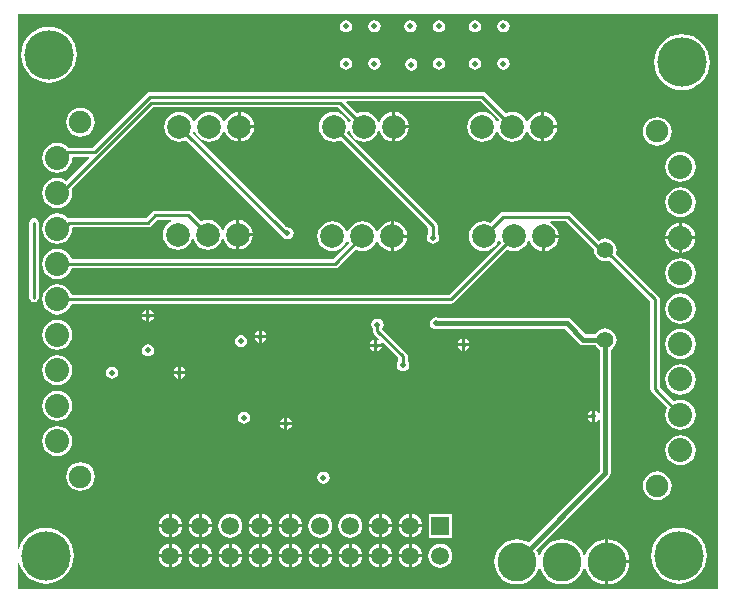
<source format=gbl>
G04*
G04 #@! TF.GenerationSoftware,Altium Limited,Altium Designer,20.0.9 (164)*
G04*
G04 Layer_Physical_Order=2*
G04 Layer_Color=16711680*
%FSLAX25Y25*%
%MOIN*%
G70*
G01*
G75*
%ADD12C,0.01000*%
%ADD40C,0.01500*%
%ADD41C,0.05512*%
%ADD42C,0.07874*%
%ADD43C,0.13000*%
%ADD44C,0.16500*%
%ADD45C,0.05906*%
%ADD46R,0.05906X0.05906*%
%ADD47C,0.07500*%
%ADD48C,0.08000*%
%ADD49C,0.02000*%
G36*
X234971Y1529D02*
X1529D01*
Y10133D01*
X2029Y10207D01*
X2413Y8943D01*
X3272Y7336D01*
X4428Y5928D01*
X5836Y4772D01*
X7443Y3913D01*
X9187Y3384D01*
X11000Y3205D01*
X12813Y3384D01*
X14557Y3913D01*
X16164Y4772D01*
X17572Y5928D01*
X18728Y7336D01*
X19587Y8943D01*
X20116Y10687D01*
X20295Y12500D01*
X20116Y14313D01*
X19587Y16057D01*
X18728Y17664D01*
X17572Y19072D01*
X16164Y20228D01*
X14557Y21087D01*
X12813Y21616D01*
X11000Y21795D01*
X9187Y21616D01*
X7443Y21087D01*
X5836Y20228D01*
X4428Y19072D01*
X3272Y17664D01*
X2413Y16057D01*
X2029Y14793D01*
X1529Y14867D01*
Y192971D01*
X234971D01*
Y1529D01*
D02*
G37*
%LPC*%
G36*
X163500Y191039D02*
X162720Y190884D01*
X162058Y190442D01*
X161616Y189780D01*
X161461Y189000D01*
X161616Y188220D01*
X162058Y187558D01*
X162720Y187116D01*
X163500Y186961D01*
X164280Y187116D01*
X164942Y187558D01*
X165384Y188220D01*
X165539Y189000D01*
X165384Y189780D01*
X164942Y190442D01*
X164280Y190884D01*
X163500Y191039D01*
D02*
G37*
G36*
X154000D02*
X153220Y190884D01*
X152558Y190442D01*
X152116Y189780D01*
X151961Y189000D01*
X152116Y188220D01*
X152558Y187558D01*
X153220Y187116D01*
X154000Y186961D01*
X154780Y187116D01*
X155442Y187558D01*
X155884Y188220D01*
X156039Y189000D01*
X155884Y189780D01*
X155442Y190442D01*
X154780Y190884D01*
X154000Y191039D01*
D02*
G37*
G36*
X142000D02*
X141220Y190884D01*
X140558Y190442D01*
X140116Y189780D01*
X139961Y189000D01*
X140116Y188220D01*
X140558Y187558D01*
X141220Y187116D01*
X142000Y186961D01*
X142780Y187116D01*
X143442Y187558D01*
X143884Y188220D01*
X144039Y189000D01*
X143884Y189780D01*
X143442Y190442D01*
X142780Y190884D01*
X142000Y191039D01*
D02*
G37*
G36*
X132500D02*
X131720Y190884D01*
X131058Y190442D01*
X130616Y189780D01*
X130461Y189000D01*
X130616Y188220D01*
X131058Y187558D01*
X131720Y187116D01*
X132500Y186961D01*
X133280Y187116D01*
X133942Y187558D01*
X134384Y188220D01*
X134539Y189000D01*
X134384Y189780D01*
X133942Y190442D01*
X133280Y190884D01*
X132500Y191039D01*
D02*
G37*
G36*
X120500D02*
X119720Y190884D01*
X119058Y190442D01*
X118616Y189780D01*
X118461Y189000D01*
X118616Y188220D01*
X119058Y187558D01*
X119720Y187116D01*
X120500Y186961D01*
X121280Y187116D01*
X121942Y187558D01*
X122384Y188220D01*
X122539Y189000D01*
X122384Y189780D01*
X121942Y190442D01*
X121280Y190884D01*
X120500Y191039D01*
D02*
G37*
G36*
X111000D02*
X110220Y190884D01*
X109558Y190442D01*
X109116Y189780D01*
X108961Y189000D01*
X109116Y188220D01*
X109558Y187558D01*
X110220Y187116D01*
X111000Y186961D01*
X111780Y187116D01*
X112442Y187558D01*
X112884Y188220D01*
X113039Y189000D01*
X112884Y189780D01*
X112442Y190442D01*
X111780Y190884D01*
X111000Y191039D01*
D02*
G37*
G36*
X163500Y178539D02*
X162720Y178384D01*
X162058Y177942D01*
X161616Y177280D01*
X161461Y176500D01*
X161616Y175720D01*
X162058Y175058D01*
X162720Y174616D01*
X163500Y174461D01*
X164280Y174616D01*
X164942Y175058D01*
X165384Y175720D01*
X165539Y176500D01*
X165384Y177280D01*
X164942Y177942D01*
X164280Y178384D01*
X163500Y178539D01*
D02*
G37*
G36*
X154000D02*
X153220Y178384D01*
X152558Y177942D01*
X152116Y177280D01*
X151961Y176500D01*
X152116Y175720D01*
X152558Y175058D01*
X153220Y174616D01*
X154000Y174461D01*
X154780Y174616D01*
X155442Y175058D01*
X155884Y175720D01*
X156039Y176500D01*
X155884Y177280D01*
X155442Y177942D01*
X154780Y178384D01*
X154000Y178539D01*
D02*
G37*
G36*
X142000D02*
X141220Y178384D01*
X140558Y177942D01*
X140116Y177280D01*
X139961Y176500D01*
X140116Y175720D01*
X140558Y175058D01*
X141220Y174616D01*
X142000Y174461D01*
X142780Y174616D01*
X143442Y175058D01*
X143884Y175720D01*
X144039Y176500D01*
X143884Y177280D01*
X143442Y177942D01*
X142780Y178384D01*
X142000Y178539D01*
D02*
G37*
G36*
X120500D02*
X119720Y178384D01*
X119058Y177942D01*
X118616Y177280D01*
X118461Y176500D01*
X118616Y175720D01*
X119058Y175058D01*
X119720Y174616D01*
X120500Y174461D01*
X121280Y174616D01*
X121942Y175058D01*
X122384Y175720D01*
X122539Y176500D01*
X122384Y177280D01*
X121942Y177942D01*
X121280Y178384D01*
X120500Y178539D01*
D02*
G37*
G36*
X111000D02*
X110220Y178384D01*
X109558Y177942D01*
X109116Y177280D01*
X108961Y176500D01*
X109116Y175720D01*
X109558Y175058D01*
X110220Y174616D01*
X111000Y174461D01*
X111780Y174616D01*
X112442Y175058D01*
X112884Y175720D01*
X113039Y176500D01*
X112884Y177280D01*
X112442Y177942D01*
X111780Y178384D01*
X111000Y178539D01*
D02*
G37*
G36*
X132768Y178271D02*
X131987Y178116D01*
X131326Y177674D01*
X130884Y177013D01*
X130729Y176232D01*
X130884Y175452D01*
X131326Y174790D01*
X131987Y174348D01*
X132768Y174193D01*
X133548Y174348D01*
X134210Y174790D01*
X134652Y175452D01*
X134807Y176232D01*
X134652Y177013D01*
X134210Y177674D01*
X133548Y178116D01*
X132768Y178271D01*
D02*
G37*
G36*
X12000Y188795D02*
X10187Y188616D01*
X8443Y188087D01*
X6836Y187228D01*
X5428Y186072D01*
X4272Y184664D01*
X3413Y183057D01*
X2884Y181313D01*
X2705Y179500D01*
X2884Y177687D01*
X3413Y175943D01*
X4272Y174336D01*
X5428Y172928D01*
X6836Y171772D01*
X8443Y170913D01*
X10187Y170384D01*
X12000Y170205D01*
X13813Y170384D01*
X15557Y170913D01*
X17164Y171772D01*
X18572Y172928D01*
X19728Y174336D01*
X20587Y175943D01*
X21116Y177687D01*
X21295Y179500D01*
X21116Y181313D01*
X20587Y183057D01*
X19728Y184664D01*
X18572Y186072D01*
X17164Y187228D01*
X15557Y188087D01*
X13813Y188616D01*
X12000Y188795D01*
D02*
G37*
G36*
X223000Y186295D02*
X221187Y186116D01*
X219443Y185587D01*
X217836Y184728D01*
X216428Y183572D01*
X215272Y182164D01*
X214413Y180557D01*
X213884Y178813D01*
X213705Y177000D01*
X213884Y175187D01*
X214413Y173443D01*
X215272Y171836D01*
X216428Y170428D01*
X217836Y169272D01*
X219443Y168413D01*
X221187Y167884D01*
X223000Y167705D01*
X224813Y167884D01*
X226557Y168413D01*
X228164Y169272D01*
X229572Y170428D01*
X230728Y171836D01*
X231587Y173443D01*
X232116Y175187D01*
X232295Y177000D01*
X232116Y178813D01*
X231587Y180557D01*
X230728Y182164D01*
X229572Y183572D01*
X228164Y184728D01*
X226557Y185587D01*
X224813Y186116D01*
X223000Y186295D01*
D02*
G37*
G36*
X156500Y167029D02*
X45804D01*
X45219Y166913D01*
X44723Y166581D01*
X26671Y148529D01*
X18522D01*
X18349Y148755D01*
X17305Y149556D01*
X16089Y150060D01*
X14783Y150232D01*
X13478Y150060D01*
X12262Y149556D01*
X11217Y148755D01*
X10416Y147710D01*
X9912Y146494D01*
X9740Y145189D01*
X9912Y143884D01*
X10416Y142667D01*
X11217Y141623D01*
X12262Y140821D01*
X13478Y140317D01*
X14783Y140146D01*
X16089Y140317D01*
X17305Y140821D01*
X18349Y141623D01*
X19151Y142667D01*
X19655Y143884D01*
X19827Y145189D01*
X20074Y145471D01*
X25221D01*
X25413Y145009D01*
X17783Y137379D01*
X17305Y137745D01*
X16089Y138249D01*
X14783Y138421D01*
X13478Y138249D01*
X12262Y137745D01*
X11217Y136944D01*
X10416Y135899D01*
X9912Y134683D01*
X9740Y133378D01*
X9912Y132072D01*
X10416Y130856D01*
X11217Y129812D01*
X12262Y129010D01*
X13478Y128507D01*
X14783Y128335D01*
X16089Y128507D01*
X17305Y129010D01*
X18349Y129812D01*
X19151Y130856D01*
X19655Y132072D01*
X19827Y133378D01*
X19655Y134683D01*
X19584Y134854D01*
X46701Y161971D01*
X108367D01*
X112588Y157749D01*
X112271Y156983D01*
X111729D01*
X111312Y157990D01*
X110521Y159021D01*
X109490Y159812D01*
X108289Y160310D01*
X107000Y160480D01*
X105711Y160310D01*
X104510Y159812D01*
X103479Y159021D01*
X102688Y157990D01*
X102190Y156789D01*
X102020Y155500D01*
X102190Y154211D01*
X102688Y153010D01*
X103479Y151979D01*
X104510Y151188D01*
X105711Y150690D01*
X107000Y150520D01*
X108289Y150690D01*
X109249Y151088D01*
X138471Y121867D01*
Y119811D01*
X138116Y119280D01*
X137961Y118500D01*
X138116Y117720D01*
X138558Y117058D01*
X139220Y116616D01*
X140000Y116461D01*
X140780Y116616D01*
X141442Y117058D01*
X141884Y117720D01*
X142039Y118500D01*
X141884Y119280D01*
X141529Y119811D01*
Y122500D01*
X141413Y123085D01*
X141081Y123581D01*
X111412Y153251D01*
X111729Y154017D01*
X112271D01*
X112688Y153010D01*
X113479Y151979D01*
X114510Y151188D01*
X115711Y150690D01*
X117000Y150520D01*
X118289Y150690D01*
X119490Y151188D01*
X120521Y151979D01*
X121312Y153010D01*
X121729Y154017D01*
X122271D01*
X122687Y153010D01*
X123479Y151979D01*
X124510Y151188D01*
X125711Y150690D01*
X126500Y150586D01*
Y155500D01*
Y160414D01*
X125711Y160310D01*
X124510Y159812D01*
X123479Y159021D01*
X122687Y157990D01*
X122271Y156983D01*
X121729D01*
X121312Y157990D01*
X120521Y159021D01*
X119490Y159812D01*
X118289Y160310D01*
X117000Y160480D01*
X115711Y160310D01*
X114751Y159912D01*
X111154Y163509D01*
X111346Y163971D01*
X155867D01*
X162088Y157749D01*
X161771Y156983D01*
X161229D01*
X160812Y157990D01*
X160021Y159021D01*
X158990Y159812D01*
X157789Y160310D01*
X156500Y160480D01*
X155211Y160310D01*
X154010Y159812D01*
X152979Y159021D01*
X152188Y157990D01*
X151690Y156789D01*
X151520Y155500D01*
X151690Y154211D01*
X152188Y153010D01*
X152979Y151979D01*
X154010Y151188D01*
X155211Y150690D01*
X156500Y150520D01*
X157789Y150690D01*
X158990Y151188D01*
X160021Y151979D01*
X160812Y153010D01*
X161229Y154017D01*
X161771D01*
X162188Y153010D01*
X162979Y151979D01*
X164010Y151188D01*
X165211Y150690D01*
X166500Y150520D01*
X167789Y150690D01*
X168990Y151188D01*
X170021Y151979D01*
X170812Y153010D01*
X171229Y154017D01*
X171771D01*
X172187Y153010D01*
X172979Y151979D01*
X174010Y151188D01*
X175211Y150690D01*
X176000Y150586D01*
Y155500D01*
Y160414D01*
X175211Y160310D01*
X174010Y159812D01*
X172979Y159021D01*
X172187Y157990D01*
X171771Y156983D01*
X171229D01*
X170812Y157990D01*
X170021Y159021D01*
X168990Y159812D01*
X167789Y160310D01*
X166500Y160480D01*
X165211Y160310D01*
X164251Y159912D01*
X157581Y166581D01*
X157085Y166913D01*
X156500Y167029D01*
D02*
G37*
G36*
X65500Y160480D02*
X64211Y160310D01*
X63010Y159812D01*
X61979Y159021D01*
X61187Y157990D01*
X60771Y156983D01*
X60229D01*
X59812Y157990D01*
X59021Y159021D01*
X57990Y159812D01*
X56789Y160310D01*
X55500Y160480D01*
X54211Y160310D01*
X53010Y159812D01*
X51979Y159021D01*
X51187Y157990D01*
X50690Y156789D01*
X50520Y155500D01*
X50690Y154211D01*
X51187Y153010D01*
X51979Y151979D01*
X53010Y151188D01*
X54211Y150690D01*
X55500Y150520D01*
X56789Y150690D01*
X57749Y151088D01*
X89616Y119221D01*
X89616Y119220D01*
X90058Y118558D01*
X90720Y118116D01*
X91500Y117961D01*
X92280Y118116D01*
X92942Y118558D01*
X93384Y119220D01*
X93539Y120000D01*
X93384Y120780D01*
X92942Y121442D01*
X92280Y121884D01*
X91500Y122039D01*
X91186Y121977D01*
X59912Y153251D01*
X60229Y154017D01*
X60771D01*
X61187Y153010D01*
X61979Y151979D01*
X63010Y151188D01*
X64211Y150690D01*
X65500Y150520D01*
X66789Y150690D01*
X67990Y151188D01*
X69021Y151979D01*
X69813Y153010D01*
X70229Y154017D01*
X70771D01*
X71188Y153010D01*
X71979Y151979D01*
X73010Y151188D01*
X74211Y150690D01*
X75000Y150586D01*
Y155500D01*
Y160414D01*
X74211Y160310D01*
X73010Y159812D01*
X71979Y159021D01*
X71188Y157990D01*
X70771Y156983D01*
X70229D01*
X69813Y157990D01*
X69021Y159021D01*
X67990Y159812D01*
X66789Y160310D01*
X65500Y160480D01*
D02*
G37*
G36*
X177000Y160414D02*
Y156000D01*
X181414D01*
X181310Y156789D01*
X180813Y157990D01*
X180021Y159021D01*
X178990Y159812D01*
X177789Y160310D01*
X177000Y160414D01*
D02*
G37*
G36*
X127500D02*
Y156000D01*
X131914D01*
X131810Y156789D01*
X131313Y157990D01*
X130521Y159021D01*
X129490Y159812D01*
X128289Y160310D01*
X127500Y160414D01*
D02*
G37*
G36*
X76000D02*
Y156000D01*
X80414D01*
X80310Y156789D01*
X79813Y157990D01*
X79021Y159021D01*
X77990Y159812D01*
X76789Y160310D01*
X76000Y160414D01*
D02*
G37*
G36*
X22500Y161791D02*
X21260Y161628D01*
X20105Y161149D01*
X19112Y160388D01*
X18351Y159396D01*
X17872Y158240D01*
X17709Y157000D01*
X17872Y155760D01*
X18351Y154604D01*
X19112Y153612D01*
X20105Y152851D01*
X21260Y152372D01*
X22500Y152209D01*
X23740Y152372D01*
X24895Y152851D01*
X25888Y153612D01*
X26649Y154604D01*
X27128Y155760D01*
X27291Y157000D01*
X27128Y158240D01*
X26649Y159396D01*
X25888Y160388D01*
X24895Y161149D01*
X23740Y161628D01*
X22500Y161791D01*
D02*
G37*
G36*
X181414Y155000D02*
X177000D01*
Y150586D01*
X177789Y150690D01*
X178990Y151188D01*
X180021Y151979D01*
X180813Y153010D01*
X181310Y154211D01*
X181414Y155000D01*
D02*
G37*
G36*
X131914D02*
X127500D01*
Y150586D01*
X128289Y150690D01*
X129490Y151188D01*
X130521Y151979D01*
X131313Y153010D01*
X131810Y154211D01*
X131914Y155000D01*
D02*
G37*
G36*
X80414D02*
X76000D01*
Y150586D01*
X76789Y150690D01*
X77990Y151188D01*
X79021Y151979D01*
X79813Y153010D01*
X80310Y154211D01*
X80414Y155000D01*
D02*
G37*
G36*
X214783Y158724D02*
X213543Y158561D01*
X212388Y158082D01*
X211396Y157321D01*
X210634Y156328D01*
X210156Y155173D01*
X209992Y153933D01*
X210156Y152693D01*
X210634Y151538D01*
X211396Y150545D01*
X212388Y149784D01*
X213543Y149305D01*
X214783Y149142D01*
X216023Y149305D01*
X217179Y149784D01*
X218171Y150545D01*
X218933Y151538D01*
X219411Y152693D01*
X219574Y153933D01*
X219411Y155173D01*
X218933Y156328D01*
X218171Y157321D01*
X217179Y158082D01*
X216023Y158561D01*
X214783Y158724D01*
D02*
G37*
G36*
X222500Y147165D02*
X221195Y146993D01*
X219978Y146490D01*
X218934Y145688D01*
X218132Y144644D01*
X217629Y143427D01*
X217457Y142122D01*
X217629Y140817D01*
X218132Y139600D01*
X218934Y138556D01*
X219978Y137754D01*
X221195Y137251D01*
X222500Y137079D01*
X223805Y137251D01*
X225022Y137754D01*
X226066Y138556D01*
X226868Y139600D01*
X227371Y140817D01*
X227543Y142122D01*
X227371Y143427D01*
X226868Y144644D01*
X226066Y145688D01*
X225022Y146490D01*
X223805Y146993D01*
X222500Y147165D01*
D02*
G37*
G36*
Y135354D02*
X221195Y135182D01*
X219978Y134678D01*
X218934Y133877D01*
X218132Y132833D01*
X217629Y131616D01*
X217457Y130311D01*
X217629Y129006D01*
X218132Y127789D01*
X218934Y126745D01*
X219978Y125944D01*
X221195Y125440D01*
X222500Y125268D01*
X223805Y125440D01*
X225022Y125944D01*
X226066Y126745D01*
X226868Y127789D01*
X227371Y129006D01*
X227543Y130311D01*
X227371Y131616D01*
X226868Y132833D01*
X226066Y133877D01*
X225022Y134678D01*
X223805Y135182D01*
X222500Y135354D01*
D02*
G37*
G36*
X58500Y127529D02*
X47500D01*
X46915Y127413D01*
X46419Y127081D01*
X44366Y125029D01*
X18611D01*
X18453Y124998D01*
X18349Y125133D01*
X17305Y125934D01*
X16089Y126438D01*
X14783Y126610D01*
X13478Y126438D01*
X12262Y125934D01*
X11217Y125133D01*
X10416Y124088D01*
X9912Y122872D01*
X9740Y121567D01*
X9912Y120262D01*
X10416Y119045D01*
X11217Y118001D01*
X12262Y117199D01*
X13478Y116695D01*
X14783Y116524D01*
X16089Y116695D01*
X17305Y117199D01*
X18349Y118001D01*
X19151Y119045D01*
X19655Y120262D01*
X19827Y121567D01*
X19823Y121595D01*
X20153Y121971D01*
X45000D01*
X45585Y122087D01*
X46081Y122419D01*
X48134Y124471D01*
X52793D01*
X52892Y123971D01*
X52510Y123812D01*
X51479Y123021D01*
X50687Y121990D01*
X50190Y120789D01*
X50020Y119500D01*
X50190Y118211D01*
X50687Y117010D01*
X51479Y115979D01*
X52510Y115188D01*
X53711Y114690D01*
X55000Y114520D01*
X56289Y114690D01*
X57490Y115188D01*
X58521Y115979D01*
X59312Y117010D01*
X59729Y118017D01*
X60271D01*
X60688Y117010D01*
X61479Y115979D01*
X62510Y115188D01*
X63711Y114690D01*
X65000Y114520D01*
X66289Y114690D01*
X67490Y115188D01*
X68521Y115979D01*
X69313Y117010D01*
X69729Y118017D01*
X70271D01*
X70688Y117010D01*
X71479Y115979D01*
X72510Y115188D01*
X73711Y114690D01*
X74500Y114586D01*
Y119500D01*
Y124414D01*
X73711Y124310D01*
X72510Y123812D01*
X71479Y123021D01*
X70688Y121990D01*
X70271Y120983D01*
X69729D01*
X69313Y121990D01*
X68521Y123021D01*
X67490Y123812D01*
X66289Y124310D01*
X65000Y124480D01*
X63711Y124310D01*
X62751Y123912D01*
X59581Y127081D01*
X59085Y127413D01*
X58500Y127529D01*
D02*
G37*
G36*
X185000Y127029D02*
X163500D01*
X162915Y126913D01*
X162419Y126581D01*
X159249Y123412D01*
X158289Y123810D01*
X157000Y123980D01*
X155711Y123810D01*
X154510Y123312D01*
X153479Y122521D01*
X152688Y121490D01*
X152190Y120289D01*
X152020Y119000D01*
X152190Y117711D01*
X152688Y116510D01*
X153479Y115479D01*
X154510Y114688D01*
X155711Y114190D01*
X157000Y114020D01*
X158289Y114190D01*
X159490Y114688D01*
X160521Y115479D01*
X161312Y116510D01*
X161729Y117517D01*
X162271D01*
X162588Y116751D01*
X145367Y99529D01*
X19539D01*
X19151Y100466D01*
X18349Y101511D01*
X17305Y102312D01*
X16089Y102816D01*
X14783Y102988D01*
X13478Y102816D01*
X12262Y102312D01*
X11217Y101511D01*
X10416Y100466D01*
X9912Y99250D01*
X9740Y97945D01*
X9912Y96640D01*
X10416Y95423D01*
X11217Y94379D01*
X12262Y93577D01*
X13478Y93073D01*
X14783Y92902D01*
X16089Y93073D01*
X17305Y93577D01*
X18349Y94379D01*
X19151Y95423D01*
X19585Y96471D01*
X146000D01*
X146585Y96587D01*
X147081Y96919D01*
X164751Y114588D01*
X165711Y114190D01*
X167000Y114020D01*
X168289Y114190D01*
X169490Y114688D01*
X170521Y115479D01*
X171312Y116510D01*
X171729Y117517D01*
X172271D01*
X172687Y116510D01*
X173479Y115479D01*
X174510Y114688D01*
X175711Y114190D01*
X176500Y114086D01*
Y119000D01*
X177000D01*
Y119500D01*
X181914D01*
X181810Y120289D01*
X181313Y121490D01*
X180521Y122521D01*
X179490Y123312D01*
X179108Y123471D01*
X179208Y123971D01*
X184367D01*
X193726Y114611D01*
X193712Y114500D01*
X193841Y113520D01*
X194219Y112606D01*
X194821Y111821D01*
X195606Y111219D01*
X196519Y110841D01*
X197500Y110712D01*
X198480Y110841D01*
X198845Y110992D01*
X212471Y97366D01*
Y68000D01*
X212587Y67415D01*
X212919Y66919D01*
X218056Y61781D01*
X217629Y60750D01*
X217457Y59445D01*
X217629Y58139D01*
X218132Y56923D01*
X218934Y55879D01*
X219978Y55077D01*
X221195Y54574D01*
X222500Y54402D01*
X223805Y54574D01*
X225022Y55077D01*
X226066Y55879D01*
X226868Y56923D01*
X227371Y58139D01*
X227543Y59445D01*
X227371Y60750D01*
X226868Y61966D01*
X226066Y63011D01*
X225022Y63812D01*
X223805Y64316D01*
X222500Y64488D01*
X221195Y64316D01*
X220242Y63921D01*
X215529Y68634D01*
Y98000D01*
X215413Y98585D01*
X215081Y99081D01*
X201008Y113155D01*
X201159Y113520D01*
X201288Y114500D01*
X201159Y115480D01*
X200781Y116394D01*
X200179Y117179D01*
X199394Y117781D01*
X198480Y118159D01*
X197500Y118288D01*
X196519Y118159D01*
X195606Y117781D01*
X195196Y117467D01*
X186081Y126581D01*
X185585Y126913D01*
X185000Y127029D01*
D02*
G37*
G36*
X116500Y123980D02*
X115211Y123810D01*
X114010Y123312D01*
X112979Y122521D01*
X112188Y121490D01*
X111771Y120483D01*
X111229D01*
X110812Y121490D01*
X110021Y122521D01*
X108990Y123312D01*
X107789Y123810D01*
X106500Y123980D01*
X105211Y123810D01*
X104010Y123312D01*
X102979Y122521D01*
X102188Y121490D01*
X101690Y120289D01*
X101520Y119000D01*
X101690Y117711D01*
X102188Y116510D01*
X102979Y115479D01*
X104010Y114688D01*
X105211Y114190D01*
X106500Y114020D01*
X107789Y114190D01*
X108990Y114688D01*
X110021Y115479D01*
X110812Y116510D01*
X111229Y117517D01*
X111771D01*
X112088Y116751D01*
X106677Y111340D01*
X19539D01*
X19151Y112277D01*
X18349Y113322D01*
X17305Y114123D01*
X16089Y114627D01*
X14783Y114799D01*
X13478Y114627D01*
X12262Y114123D01*
X11217Y113322D01*
X10416Y112277D01*
X9912Y111061D01*
X9740Y109756D01*
X9912Y108450D01*
X10416Y107234D01*
X11217Y106190D01*
X12262Y105388D01*
X13478Y104885D01*
X14783Y104713D01*
X16089Y104885D01*
X17305Y105388D01*
X18349Y106190D01*
X19151Y107234D01*
X19585Y108282D01*
X107311D01*
X107896Y108398D01*
X108392Y108730D01*
X114251Y114588D01*
X115211Y114190D01*
X116500Y114020D01*
X117789Y114190D01*
X118990Y114688D01*
X120021Y115479D01*
X120812Y116510D01*
X121229Y117517D01*
X121771D01*
X122187Y116510D01*
X122979Y115479D01*
X124010Y114688D01*
X125211Y114190D01*
X126000Y114086D01*
Y119000D01*
Y123914D01*
X125211Y123810D01*
X124010Y123312D01*
X122979Y122521D01*
X122187Y121490D01*
X121771Y120483D01*
X121229D01*
X120812Y121490D01*
X120021Y122521D01*
X118990Y123312D01*
X117789Y123810D01*
X116500Y123980D01*
D02*
G37*
G36*
X75500Y124414D02*
Y120000D01*
X79914D01*
X79810Y120789D01*
X79312Y121990D01*
X78521Y123021D01*
X77490Y123812D01*
X76289Y124310D01*
X75500Y124414D01*
D02*
G37*
G36*
X127000Y123914D02*
Y119500D01*
X131414D01*
X131310Y120289D01*
X130813Y121490D01*
X130021Y122521D01*
X128990Y123312D01*
X127789Y123810D01*
X127000Y123914D01*
D02*
G37*
G36*
X223000Y123477D02*
Y119000D01*
X227477D01*
X227371Y119805D01*
X226868Y121022D01*
X226066Y122066D01*
X225022Y122868D01*
X223805Y123371D01*
X223000Y123477D01*
D02*
G37*
G36*
X222000D02*
X221195Y123371D01*
X219978Y122868D01*
X218934Y122066D01*
X218132Y121022D01*
X217629Y119805D01*
X217523Y119000D01*
X222000D01*
Y123477D01*
D02*
G37*
G36*
X79914Y119000D02*
X75500D01*
Y114586D01*
X76289Y114690D01*
X77490Y115188D01*
X78521Y115979D01*
X79312Y117010D01*
X79810Y118211D01*
X79914Y119000D01*
D02*
G37*
G36*
X181914Y118500D02*
X177500D01*
Y114086D01*
X178289Y114190D01*
X179490Y114688D01*
X180521Y115479D01*
X181313Y116510D01*
X181810Y117711D01*
X181914Y118500D01*
D02*
G37*
G36*
X131414D02*
X127000D01*
Y114086D01*
X127789Y114190D01*
X128990Y114688D01*
X130021Y115479D01*
X130813Y116510D01*
X131310Y117711D01*
X131414Y118500D01*
D02*
G37*
G36*
X227477Y118000D02*
X223000D01*
Y113523D01*
X223805Y113629D01*
X225022Y114132D01*
X226066Y114934D01*
X226868Y115978D01*
X227371Y117195D01*
X227477Y118000D01*
D02*
G37*
G36*
X222000D02*
X217523D01*
X217629Y117195D01*
X218132Y115978D01*
X218934Y114934D01*
X219978Y114132D01*
X221195Y113629D01*
X222000Y113523D01*
Y118000D01*
D02*
G37*
G36*
X222500Y111732D02*
X221195Y111560D01*
X219978Y111056D01*
X218934Y110255D01*
X218132Y109211D01*
X217629Y107994D01*
X217457Y106689D01*
X217629Y105384D01*
X218132Y104167D01*
X218934Y103123D01*
X219978Y102322D01*
X221195Y101818D01*
X222500Y101646D01*
X223805Y101818D01*
X225022Y102322D01*
X226066Y103123D01*
X226868Y104167D01*
X227371Y105384D01*
X227543Y106689D01*
X227371Y107994D01*
X226868Y109211D01*
X226066Y110255D01*
X225022Y111056D01*
X223805Y111560D01*
X222500Y111732D01*
D02*
G37*
G36*
X7000Y125029D02*
X6415Y124913D01*
X5919Y124581D01*
X5587Y124085D01*
X5471Y123500D01*
Y98516D01*
X5587Y97930D01*
X5919Y97434D01*
X6415Y97103D01*
X7000Y96986D01*
X7585Y97103D01*
X8081Y97434D01*
X8413Y97930D01*
X8529Y98516D01*
Y123500D01*
X8413Y124085D01*
X8081Y124581D01*
X7585Y124913D01*
X7000Y125029D01*
D02*
G37*
G36*
X45500Y94440D02*
Y93000D01*
X46940D01*
X46884Y93280D01*
X46442Y93942D01*
X45780Y94384D01*
X45500Y94440D01*
D02*
G37*
G36*
X44500D02*
X44220Y94384D01*
X43558Y93942D01*
X43116Y93280D01*
X43060Y93000D01*
X44500D01*
Y94440D01*
D02*
G37*
G36*
X46940Y92000D02*
X45500D01*
Y90560D01*
X45780Y90616D01*
X46442Y91058D01*
X46884Y91720D01*
X46940Y92000D01*
D02*
G37*
G36*
X44500D02*
X43060D01*
X43116Y91720D01*
X43558Y91058D01*
X44220Y90616D01*
X44500Y90560D01*
Y92000D01*
D02*
G37*
G36*
X222500Y99921D02*
X221195Y99749D01*
X219978Y99246D01*
X218934Y98444D01*
X218132Y97400D01*
X217629Y96183D01*
X217457Y94878D01*
X217629Y93573D01*
X218132Y92356D01*
X218934Y91312D01*
X219978Y90510D01*
X221195Y90007D01*
X222500Y89835D01*
X223805Y90007D01*
X225022Y90510D01*
X226066Y91312D01*
X226868Y92356D01*
X227371Y93573D01*
X227543Y94878D01*
X227371Y96183D01*
X226868Y97400D01*
X226066Y98444D01*
X225022Y99246D01*
X223805Y99749D01*
X222500Y99921D01*
D02*
G37*
G36*
X83000Y87440D02*
Y86000D01*
X84440D01*
X84384Y86280D01*
X83942Y86942D01*
X83280Y87384D01*
X83000Y87440D01*
D02*
G37*
G36*
X82000D02*
X81720Y87384D01*
X81058Y86942D01*
X80616Y86280D01*
X80560Y86000D01*
X82000D01*
Y87440D01*
D02*
G37*
G36*
X121500Y91539D02*
X120720Y91384D01*
X120058Y90942D01*
X119616Y90280D01*
X119461Y89500D01*
X119616Y88720D01*
X119971Y88189D01*
Y87500D01*
X120087Y86915D01*
X120419Y86419D01*
X122040Y84797D01*
X121721Y84409D01*
X121717Y84411D01*
X121437Y84467D01*
Y83027D01*
X122877D01*
X122821Y83308D01*
X122819Y83311D01*
X123207Y83630D01*
X128471Y78367D01*
Y77311D01*
X128116Y76780D01*
X127961Y76000D01*
X128116Y75220D01*
X128558Y74558D01*
X129220Y74116D01*
X130000Y73961D01*
X130780Y74116D01*
X131442Y74558D01*
X131884Y75220D01*
X132039Y76000D01*
X131884Y76780D01*
X131529Y77311D01*
Y79000D01*
X131413Y79585D01*
X131081Y80081D01*
X123029Y88134D01*
Y88189D01*
X123384Y88720D01*
X123539Y89500D01*
X123384Y90280D01*
X122942Y90942D01*
X122280Y91384D01*
X121500Y91539D01*
D02*
G37*
G36*
X84440Y85000D02*
X83000D01*
Y83560D01*
X83280Y83616D01*
X83942Y84058D01*
X84384Y84720D01*
X84440Y85000D01*
D02*
G37*
G36*
X82000D02*
X80560D01*
X80616Y84720D01*
X81058Y84058D01*
X81720Y83616D01*
X82000Y83560D01*
Y85000D01*
D02*
G37*
G36*
X150734Y84748D02*
Y83309D01*
X152174D01*
X152118Y83589D01*
X151676Y84251D01*
X151015Y84693D01*
X150734Y84748D01*
D02*
G37*
G36*
X149734D02*
X149454Y84693D01*
X148792Y84251D01*
X148350Y83589D01*
X148294Y83309D01*
X149734D01*
Y84748D01*
D02*
G37*
G36*
X120437Y84467D02*
X120157Y84411D01*
X119495Y83969D01*
X119053Y83308D01*
X118997Y83027D01*
X120437D01*
Y84467D01*
D02*
G37*
G36*
X76052Y86091D02*
X75272Y85936D01*
X74610Y85494D01*
X74168Y84833D01*
X74013Y84052D01*
X74168Y83272D01*
X74610Y82610D01*
X75272Y82168D01*
X76052Y82013D01*
X76832Y82168D01*
X77494Y82610D01*
X77936Y83272D01*
X78091Y84052D01*
X77936Y84833D01*
X77494Y85494D01*
X76832Y85936D01*
X76052Y86091D01*
D02*
G37*
G36*
X14783Y91177D02*
X13478Y91005D01*
X12262Y90501D01*
X11217Y89700D01*
X10416Y88655D01*
X9912Y87439D01*
X9740Y86134D01*
X9912Y84829D01*
X10416Y83612D01*
X11217Y82568D01*
X12262Y81766D01*
X13478Y81262D01*
X14783Y81091D01*
X16089Y81262D01*
X17305Y81766D01*
X18349Y82568D01*
X19151Y83612D01*
X19655Y84829D01*
X19827Y86134D01*
X19655Y87439D01*
X19151Y88655D01*
X18349Y89700D01*
X17305Y90501D01*
X16089Y91005D01*
X14783Y91177D01*
D02*
G37*
G36*
X152174Y82309D02*
X150734D01*
Y80869D01*
X151015Y80925D01*
X151676Y81367D01*
X152118Y82028D01*
X152174Y82309D01*
D02*
G37*
G36*
X149734D02*
X148294D01*
X148350Y82028D01*
X148792Y81367D01*
X149454Y80925D01*
X149734Y80869D01*
Y82309D01*
D02*
G37*
G36*
X122877Y82027D02*
X121437D01*
Y80588D01*
X121717Y80643D01*
X122379Y81085D01*
X122821Y81747D01*
X122877Y82027D01*
D02*
G37*
G36*
X120437D02*
X118997D01*
X119053Y81747D01*
X119495Y81085D01*
X120157Y80643D01*
X120437Y80588D01*
Y82027D01*
D02*
G37*
G36*
X45000Y83039D02*
X44220Y82884D01*
X43558Y82442D01*
X43116Y81780D01*
X42961Y81000D01*
X43116Y80220D01*
X43558Y79558D01*
X44220Y79116D01*
X45000Y78961D01*
X45780Y79116D01*
X46442Y79558D01*
X46884Y80220D01*
X47039Y81000D01*
X46884Y81780D01*
X46442Y82442D01*
X45780Y82884D01*
X45000Y83039D01*
D02*
G37*
G36*
X222500Y88110D02*
X221195Y87938D01*
X219978Y87435D01*
X218934Y86633D01*
X218132Y85589D01*
X217629Y84372D01*
X217457Y83067D01*
X217629Y81762D01*
X218132Y80545D01*
X218934Y79501D01*
X219978Y78699D01*
X221195Y78196D01*
X222500Y78024D01*
X223805Y78196D01*
X225022Y78699D01*
X226066Y79501D01*
X226868Y80545D01*
X227371Y81762D01*
X227543Y83067D01*
X227371Y84372D01*
X226868Y85589D01*
X226066Y86633D01*
X225022Y87435D01*
X223805Y87938D01*
X222500Y88110D01*
D02*
G37*
G36*
X56000Y75440D02*
Y74000D01*
X57440D01*
X57384Y74280D01*
X56942Y74942D01*
X56280Y75384D01*
X56000Y75440D01*
D02*
G37*
G36*
X55000D02*
X54720Y75384D01*
X54058Y74942D01*
X53616Y74280D01*
X53560Y74000D01*
X55000D01*
Y75440D01*
D02*
G37*
G36*
X57440Y73000D02*
X56000D01*
Y71560D01*
X56280Y71616D01*
X56942Y72058D01*
X57384Y72720D01*
X57440Y73000D01*
D02*
G37*
G36*
X55000D02*
X53560D01*
X53616Y72720D01*
X54058Y72058D01*
X54720Y71616D01*
X55000Y71560D01*
Y73000D01*
D02*
G37*
G36*
X33000Y75539D02*
X32220Y75384D01*
X31558Y74942D01*
X31116Y74280D01*
X30961Y73500D01*
X31116Y72720D01*
X31558Y72058D01*
X32220Y71616D01*
X33000Y71461D01*
X33780Y71616D01*
X34442Y72058D01*
X34884Y72720D01*
X35039Y73500D01*
X34884Y74280D01*
X34442Y74942D01*
X33780Y75384D01*
X33000Y75539D01*
D02*
G37*
G36*
X14783Y79366D02*
X13478Y79194D01*
X12262Y78690D01*
X11217Y77889D01*
X10416Y76844D01*
X9912Y75628D01*
X9740Y74323D01*
X9912Y73018D01*
X10416Y71801D01*
X11217Y70757D01*
X12262Y69955D01*
X13478Y69451D01*
X14783Y69280D01*
X16089Y69451D01*
X17305Y69955D01*
X18349Y70757D01*
X19151Y71801D01*
X19655Y73018D01*
X19827Y74323D01*
X19655Y75628D01*
X19151Y76844D01*
X18349Y77889D01*
X17305Y78690D01*
X16089Y79194D01*
X14783Y79366D01*
D02*
G37*
G36*
X222500Y76299D02*
X221195Y76127D01*
X219978Y75624D01*
X218934Y74822D01*
X218132Y73778D01*
X217629Y72561D01*
X217457Y71256D01*
X217629Y69951D01*
X218132Y68734D01*
X218934Y67690D01*
X219978Y66888D01*
X221195Y66385D01*
X222500Y66213D01*
X223805Y66385D01*
X225022Y66888D01*
X226066Y67690D01*
X226868Y68734D01*
X227371Y69951D01*
X227543Y71256D01*
X227371Y72561D01*
X226868Y73778D01*
X226066Y74822D01*
X225022Y75624D01*
X223805Y76127D01*
X222500Y76299D01*
D02*
G37*
G36*
X141000Y92039D02*
X140220Y91884D01*
X139558Y91442D01*
X139116Y90780D01*
X138961Y90000D01*
X139116Y89220D01*
X139558Y88558D01*
X140220Y88116D01*
X141000Y87961D01*
X141780Y88116D01*
X141929Y88216D01*
X183928D01*
X188905Y83238D01*
X188905Y83238D01*
X189484Y82851D01*
X190167Y82716D01*
X194174D01*
X194219Y82606D01*
X194821Y81821D01*
X195606Y81219D01*
X195716Y81174D01*
Y60184D01*
X195216Y60032D01*
X194942Y60442D01*
X194280Y60884D01*
X194000Y60940D01*
Y59000D01*
Y57060D01*
X194280Y57116D01*
X194942Y57558D01*
X195216Y57968D01*
X195716Y57816D01*
Y40739D01*
X171897Y16921D01*
X170884Y17463D01*
X169470Y17891D01*
X168000Y18036D01*
X166530Y17891D01*
X165116Y17463D01*
X163813Y16766D01*
X162671Y15829D01*
X161734Y14687D01*
X161037Y13384D01*
X160608Y11970D01*
X160464Y10500D01*
X160608Y9030D01*
X161037Y7616D01*
X161734Y6313D01*
X162671Y5171D01*
X163813Y4234D01*
X165116Y3537D01*
X166530Y3108D01*
X168000Y2964D01*
X169470Y3108D01*
X170884Y3537D01*
X172187Y4234D01*
X173329Y5171D01*
X174266Y6313D01*
X174963Y7616D01*
X175239Y8526D01*
X175761D01*
X176037Y7616D01*
X176734Y6313D01*
X177671Y5171D01*
X178813Y4234D01*
X180116Y3537D01*
X181530Y3108D01*
X183000Y2964D01*
X184470Y3108D01*
X185884Y3537D01*
X187187Y4234D01*
X188329Y5171D01*
X189266Y6313D01*
X189963Y7616D01*
X190239Y8526D01*
X190761D01*
X191037Y7616D01*
X191734Y6313D01*
X192671Y5171D01*
X193813Y4234D01*
X195116Y3537D01*
X196530Y3108D01*
X197500Y3013D01*
Y10500D01*
Y17987D01*
X196530Y17891D01*
X195116Y17463D01*
X193813Y16766D01*
X192671Y15829D01*
X191734Y14687D01*
X191037Y13384D01*
X190761Y12474D01*
X190239D01*
X189963Y13384D01*
X189266Y14687D01*
X188329Y15829D01*
X187187Y16766D01*
X185884Y17463D01*
X184470Y17891D01*
X183000Y18036D01*
X181530Y17891D01*
X180116Y17463D01*
X178813Y16766D01*
X177671Y15829D01*
X176734Y14687D01*
X176037Y13384D01*
X175761Y12474D01*
X175239D01*
X174963Y13384D01*
X174421Y14398D01*
X198762Y38738D01*
X199148Y39317D01*
X199284Y40000D01*
Y81174D01*
X199394Y81219D01*
X200179Y81821D01*
X200781Y82606D01*
X201159Y83520D01*
X201288Y84500D01*
X201159Y85480D01*
X200781Y86394D01*
X200179Y87179D01*
X199394Y87781D01*
X198480Y88159D01*
X197500Y88288D01*
X196519Y88159D01*
X195606Y87781D01*
X194821Y87179D01*
X194219Y86394D01*
X194174Y86284D01*
X190906D01*
X185928Y91262D01*
X185350Y91649D01*
X184667Y91784D01*
X141929D01*
X141780Y91884D01*
X141000Y92039D01*
D02*
G37*
G36*
X193000Y60940D02*
X192720Y60884D01*
X192058Y60442D01*
X191616Y59780D01*
X191560Y59500D01*
X193000D01*
Y60940D01*
D02*
G37*
G36*
X14783Y67555D02*
X13478Y67383D01*
X12262Y66879D01*
X11217Y66078D01*
X10416Y65033D01*
X9912Y63817D01*
X9740Y62512D01*
X9912Y61207D01*
X10416Y59990D01*
X11217Y58946D01*
X12262Y58144D01*
X13478Y57640D01*
X14783Y57469D01*
X16089Y57640D01*
X17305Y58144D01*
X18349Y58946D01*
X19151Y59990D01*
X19655Y61207D01*
X19827Y62512D01*
X19655Y63817D01*
X19151Y65033D01*
X18349Y66078D01*
X17305Y66879D01*
X16089Y67383D01*
X14783Y67555D01*
D02*
G37*
G36*
X193000Y58500D02*
X191560D01*
X191616Y58220D01*
X192058Y57558D01*
X192720Y57116D01*
X193000Y57060D01*
Y58500D01*
D02*
G37*
G36*
X91500Y58440D02*
Y57000D01*
X92940D01*
X92884Y57280D01*
X92442Y57942D01*
X91780Y58384D01*
X91500Y58440D01*
D02*
G37*
G36*
X90500D02*
X90220Y58384D01*
X89558Y57942D01*
X89116Y57280D01*
X89060Y57000D01*
X90500D01*
Y58440D01*
D02*
G37*
G36*
X77000Y60539D02*
X76220Y60384D01*
X75558Y59942D01*
X75116Y59280D01*
X74961Y58500D01*
X75116Y57720D01*
X75558Y57058D01*
X76220Y56616D01*
X77000Y56461D01*
X77780Y56616D01*
X78442Y57058D01*
X78884Y57720D01*
X79039Y58500D01*
X78884Y59280D01*
X78442Y59942D01*
X77780Y60384D01*
X77000Y60539D01*
D02*
G37*
G36*
X92940Y56000D02*
X91500D01*
Y54560D01*
X91780Y54616D01*
X92442Y55058D01*
X92884Y55720D01*
X92940Y56000D01*
D02*
G37*
G36*
X90500D02*
X89060D01*
X89116Y55720D01*
X89558Y55058D01*
X90220Y54616D01*
X90500Y54560D01*
Y56000D01*
D02*
G37*
G36*
X14783Y55744D02*
X13478Y55572D01*
X12262Y55068D01*
X11217Y54267D01*
X10416Y53222D01*
X9912Y52006D01*
X9740Y50701D01*
X9912Y49395D01*
X10416Y48179D01*
X11217Y47135D01*
X12262Y46333D01*
X13478Y45829D01*
X14783Y45658D01*
X16089Y45829D01*
X17305Y46333D01*
X18349Y47135D01*
X19151Y48179D01*
X19655Y49395D01*
X19827Y50701D01*
X19655Y52006D01*
X19151Y53222D01*
X18349Y54267D01*
X17305Y55068D01*
X16089Y55572D01*
X14783Y55744D01*
D02*
G37*
G36*
X222500Y52677D02*
X221195Y52505D01*
X219978Y52001D01*
X218934Y51200D01*
X218132Y50155D01*
X217629Y48939D01*
X217457Y47634D01*
X217629Y46328D01*
X218132Y45112D01*
X218934Y44068D01*
X219978Y43266D01*
X221195Y42763D01*
X222500Y42591D01*
X223805Y42763D01*
X225022Y43266D01*
X226066Y44068D01*
X226868Y45112D01*
X227371Y46328D01*
X227543Y47634D01*
X227371Y48939D01*
X226868Y50155D01*
X226066Y51200D01*
X225022Y52001D01*
X223805Y52505D01*
X222500Y52677D01*
D02*
G37*
G36*
X103500Y40539D02*
X102720Y40384D01*
X102058Y39942D01*
X101616Y39280D01*
X101461Y38500D01*
X101616Y37720D01*
X102058Y37058D01*
X102720Y36616D01*
X103500Y36461D01*
X104280Y36616D01*
X104942Y37058D01*
X105384Y37720D01*
X105539Y38500D01*
X105384Y39280D01*
X104942Y39942D01*
X104280Y40384D01*
X103500Y40539D01*
D02*
G37*
G36*
X22500Y43681D02*
X21260Y43517D01*
X20105Y43039D01*
X19112Y42277D01*
X18351Y41285D01*
X17872Y40130D01*
X17709Y38890D01*
X17872Y37650D01*
X18351Y36494D01*
X19112Y35502D01*
X20105Y34740D01*
X21260Y34262D01*
X22500Y34099D01*
X23740Y34262D01*
X24895Y34740D01*
X25888Y35502D01*
X26649Y36494D01*
X27128Y37650D01*
X27291Y38890D01*
X27128Y40130D01*
X26649Y41285D01*
X25888Y42277D01*
X24895Y43039D01*
X23740Y43517D01*
X22500Y43681D01*
D02*
G37*
G36*
X214783Y40614D02*
X213543Y40451D01*
X212388Y39972D01*
X211396Y39211D01*
X210634Y38218D01*
X210156Y37063D01*
X209992Y35823D01*
X210156Y34583D01*
X210634Y33427D01*
X211396Y32435D01*
X212388Y31674D01*
X213543Y31195D01*
X214783Y31032D01*
X216023Y31195D01*
X217179Y31674D01*
X218171Y32435D01*
X218933Y33427D01*
X219411Y34583D01*
X219574Y35823D01*
X219411Y37063D01*
X218933Y38218D01*
X218171Y39211D01*
X217179Y39972D01*
X216023Y40451D01*
X214783Y40614D01*
D02*
G37*
G36*
X83000Y26421D02*
Y23000D01*
X86421D01*
X86351Y23532D01*
X85953Y24493D01*
X85319Y25319D01*
X84493Y25953D01*
X83532Y26351D01*
X83000Y26421D01*
D02*
G37*
G36*
X63000D02*
Y23000D01*
X66421D01*
X66351Y23532D01*
X65953Y24493D01*
X65319Y25319D01*
X64493Y25953D01*
X63532Y26351D01*
X63000Y26421D01*
D02*
G37*
G36*
X133000D02*
Y23000D01*
X136421D01*
X136351Y23532D01*
X135953Y24493D01*
X135319Y25319D01*
X134493Y25953D01*
X133532Y26351D01*
X133000Y26421D01*
D02*
G37*
G36*
X123000D02*
Y23000D01*
X126421D01*
X126351Y23532D01*
X125953Y24493D01*
X125319Y25319D01*
X124493Y25953D01*
X123532Y26351D01*
X123000Y26421D01*
D02*
G37*
G36*
X93000D02*
Y23000D01*
X96421D01*
X96351Y23532D01*
X95953Y24493D01*
X95319Y25319D01*
X94493Y25953D01*
X93532Y26351D01*
X93000Y26421D01*
D02*
G37*
G36*
X53000D02*
Y23000D01*
X56421D01*
X56351Y23532D01*
X55953Y24493D01*
X55319Y25319D01*
X54493Y25953D01*
X53532Y26351D01*
X53000Y26421D01*
D02*
G37*
G36*
X82000D02*
X81468Y26351D01*
X80507Y25953D01*
X79681Y25319D01*
X79047Y24493D01*
X78649Y23532D01*
X78579Y23000D01*
X82000D01*
Y26421D01*
D02*
G37*
G36*
X62000D02*
X61468Y26351D01*
X60507Y25953D01*
X59681Y25319D01*
X59047Y24493D01*
X58649Y23532D01*
X58579Y23000D01*
X62000D01*
Y26421D01*
D02*
G37*
G36*
X132000D02*
X131468Y26351D01*
X130507Y25953D01*
X129681Y25319D01*
X129047Y24493D01*
X128649Y23532D01*
X128579Y23000D01*
X132000D01*
Y26421D01*
D02*
G37*
G36*
X122000D02*
X121468Y26351D01*
X120507Y25953D01*
X119681Y25319D01*
X119047Y24493D01*
X118649Y23532D01*
X118579Y23000D01*
X122000D01*
Y26421D01*
D02*
G37*
G36*
X92000D02*
X91468Y26351D01*
X90507Y25953D01*
X89681Y25319D01*
X89047Y24493D01*
X88649Y23532D01*
X88579Y23000D01*
X92000D01*
Y26421D01*
D02*
G37*
G36*
X52000D02*
X51468Y26351D01*
X50507Y25953D01*
X49681Y25319D01*
X49047Y24493D01*
X48649Y23532D01*
X48579Y23000D01*
X52000D01*
Y26421D01*
D02*
G37*
G36*
X66421Y22000D02*
X63000D01*
Y18579D01*
X63532Y18649D01*
X64493Y19047D01*
X65319Y19681D01*
X65953Y20507D01*
X66351Y21468D01*
X66421Y22000D01*
D02*
G37*
G36*
X56421D02*
X53000D01*
Y18579D01*
X53532Y18649D01*
X54493Y19047D01*
X55319Y19681D01*
X55953Y20507D01*
X56351Y21468D01*
X56421Y22000D01*
D02*
G37*
G36*
X136421D02*
X133000D01*
Y18579D01*
X133532Y18649D01*
X134493Y19047D01*
X135319Y19681D01*
X135953Y20507D01*
X136351Y21468D01*
X136421Y22000D01*
D02*
G37*
G36*
X126421D02*
X123000D01*
Y18579D01*
X123532Y18649D01*
X124493Y19047D01*
X125319Y19681D01*
X125953Y20507D01*
X126351Y21468D01*
X126421Y22000D01*
D02*
G37*
G36*
X96421D02*
X93000D01*
Y18579D01*
X93532Y18649D01*
X94493Y19047D01*
X95319Y19681D01*
X95953Y20507D01*
X96351Y21468D01*
X96421Y22000D01*
D02*
G37*
G36*
X86421D02*
X83000D01*
Y18579D01*
X83532Y18649D01*
X84493Y19047D01*
X85319Y19681D01*
X85953Y20507D01*
X86351Y21468D01*
X86421Y22000D01*
D02*
G37*
G36*
X62000D02*
X58579D01*
X58649Y21468D01*
X59047Y20507D01*
X59681Y19681D01*
X60507Y19047D01*
X61468Y18649D01*
X62000Y18579D01*
Y22000D01*
D02*
G37*
G36*
X52000D02*
X48579D01*
X48649Y21468D01*
X49047Y20507D01*
X49681Y19681D01*
X50507Y19047D01*
X51468Y18649D01*
X52000Y18579D01*
Y22000D01*
D02*
G37*
G36*
X132000D02*
X128579D01*
X128649Y21468D01*
X129047Y20507D01*
X129681Y19681D01*
X130507Y19047D01*
X131468Y18649D01*
X132000Y18579D01*
Y22000D01*
D02*
G37*
G36*
X122000D02*
X118579D01*
X118649Y21468D01*
X119047Y20507D01*
X119681Y19681D01*
X120507Y19047D01*
X121468Y18649D01*
X122000Y18579D01*
Y22000D01*
D02*
G37*
G36*
X92000D02*
X88579D01*
X88649Y21468D01*
X89047Y20507D01*
X89681Y19681D01*
X90507Y19047D01*
X91468Y18649D01*
X92000Y18579D01*
Y22000D01*
D02*
G37*
G36*
X82000D02*
X78579D01*
X78649Y21468D01*
X79047Y20507D01*
X79681Y19681D01*
X80507Y19047D01*
X81468Y18649D01*
X82000Y18579D01*
Y22000D01*
D02*
G37*
G36*
X146453Y26453D02*
X138547D01*
Y18547D01*
X146453D01*
Y26453D01*
D02*
G37*
G36*
X112500Y26487D02*
X111468Y26351D01*
X110507Y25953D01*
X109681Y25319D01*
X109047Y24493D01*
X108649Y23532D01*
X108513Y22500D01*
X108649Y21468D01*
X109047Y20507D01*
X109681Y19681D01*
X110507Y19047D01*
X111468Y18649D01*
X112500Y18513D01*
X113532Y18649D01*
X114493Y19047D01*
X115319Y19681D01*
X115953Y20507D01*
X116351Y21468D01*
X116487Y22500D01*
X116351Y23532D01*
X115953Y24493D01*
X115319Y25319D01*
X114493Y25953D01*
X113532Y26351D01*
X112500Y26487D01*
D02*
G37*
G36*
X102500D02*
X101468Y26351D01*
X100507Y25953D01*
X99681Y25319D01*
X99047Y24493D01*
X98649Y23532D01*
X98513Y22500D01*
X98649Y21468D01*
X99047Y20507D01*
X99681Y19681D01*
X100507Y19047D01*
X101468Y18649D01*
X102500Y18513D01*
X103532Y18649D01*
X104493Y19047D01*
X105319Y19681D01*
X105953Y20507D01*
X106351Y21468D01*
X106487Y22500D01*
X106351Y23532D01*
X105953Y24493D01*
X105319Y25319D01*
X104493Y25953D01*
X103532Y26351D01*
X102500Y26487D01*
D02*
G37*
G36*
X72500D02*
X71468Y26351D01*
X70507Y25953D01*
X69681Y25319D01*
X69047Y24493D01*
X68649Y23532D01*
X68513Y22500D01*
X68649Y21468D01*
X69047Y20507D01*
X69681Y19681D01*
X70507Y19047D01*
X71468Y18649D01*
X72500Y18513D01*
X73532Y18649D01*
X74493Y19047D01*
X75319Y19681D01*
X75953Y20507D01*
X76351Y21468D01*
X76487Y22500D01*
X76351Y23532D01*
X75953Y24493D01*
X75319Y25319D01*
X74493Y25953D01*
X73532Y26351D01*
X72500Y26487D01*
D02*
G37*
G36*
X83000Y16421D02*
Y13000D01*
X86421D01*
X86351Y13532D01*
X85953Y14493D01*
X85319Y15319D01*
X84493Y15953D01*
X83532Y16351D01*
X83000Y16421D01*
D02*
G37*
G36*
X63000D02*
Y13000D01*
X66421D01*
X66351Y13532D01*
X65953Y14493D01*
X65319Y15319D01*
X64493Y15953D01*
X63532Y16351D01*
X63000Y16421D01*
D02*
G37*
G36*
X133000D02*
Y13000D01*
X136421D01*
X136351Y13532D01*
X135953Y14493D01*
X135319Y15319D01*
X134493Y15953D01*
X133532Y16351D01*
X133000Y16421D01*
D02*
G37*
G36*
X123000D02*
Y13000D01*
X126421D01*
X126351Y13532D01*
X125953Y14493D01*
X125319Y15319D01*
X124493Y15953D01*
X123532Y16351D01*
X123000Y16421D01*
D02*
G37*
G36*
X113000D02*
Y13000D01*
X116421D01*
X116351Y13532D01*
X115953Y14493D01*
X115319Y15319D01*
X114493Y15953D01*
X113532Y16351D01*
X113000Y16421D01*
D02*
G37*
G36*
X103000D02*
Y13000D01*
X106421D01*
X106351Y13532D01*
X105953Y14493D01*
X105319Y15319D01*
X104493Y15953D01*
X103532Y16351D01*
X103000Y16421D01*
D02*
G37*
G36*
X93000D02*
Y13000D01*
X96421D01*
X96351Y13532D01*
X95953Y14493D01*
X95319Y15319D01*
X94493Y15953D01*
X93532Y16351D01*
X93000Y16421D01*
D02*
G37*
G36*
X73000D02*
Y13000D01*
X76421D01*
X76351Y13532D01*
X75953Y14493D01*
X75319Y15319D01*
X74493Y15953D01*
X73532Y16351D01*
X73000Y16421D01*
D02*
G37*
G36*
X53000D02*
Y13000D01*
X56421D01*
X56351Y13532D01*
X55953Y14493D01*
X55319Y15319D01*
X54493Y15953D01*
X53532Y16351D01*
X53000Y16421D01*
D02*
G37*
G36*
X62000D02*
X61468Y16351D01*
X60507Y15953D01*
X59681Y15319D01*
X59047Y14493D01*
X58649Y13532D01*
X58579Y13000D01*
X62000D01*
Y16421D01*
D02*
G37*
G36*
X82000D02*
X81468Y16351D01*
X80507Y15953D01*
X79681Y15319D01*
X79047Y14493D01*
X78649Y13532D01*
X78579Y13000D01*
X82000D01*
Y16421D01*
D02*
G37*
G36*
X132000D02*
X131468Y16351D01*
X130507Y15953D01*
X129681Y15319D01*
X129047Y14493D01*
X128649Y13532D01*
X128579Y13000D01*
X132000D01*
Y16421D01*
D02*
G37*
G36*
X122000D02*
X121468Y16351D01*
X120507Y15953D01*
X119681Y15319D01*
X119047Y14493D01*
X118649Y13532D01*
X118579Y13000D01*
X122000D01*
Y16421D01*
D02*
G37*
G36*
X112000D02*
X111468Y16351D01*
X110507Y15953D01*
X109681Y15319D01*
X109047Y14493D01*
X108649Y13532D01*
X108579Y13000D01*
X112000D01*
Y16421D01*
D02*
G37*
G36*
X102000D02*
X101468Y16351D01*
X100507Y15953D01*
X99681Y15319D01*
X99047Y14493D01*
X98649Y13532D01*
X98579Y13000D01*
X102000D01*
Y16421D01*
D02*
G37*
G36*
X92000D02*
X91468Y16351D01*
X90507Y15953D01*
X89681Y15319D01*
X89047Y14493D01*
X88649Y13532D01*
X88579Y13000D01*
X92000D01*
Y16421D01*
D02*
G37*
G36*
X52000D02*
X51468Y16351D01*
X50507Y15953D01*
X49681Y15319D01*
X49047Y14493D01*
X48649Y13532D01*
X48579Y13000D01*
X52000D01*
Y16421D01*
D02*
G37*
G36*
X72000D02*
X71468Y16351D01*
X70507Y15953D01*
X69681Y15319D01*
X69047Y14493D01*
X68649Y13532D01*
X68579Y13000D01*
X72000D01*
Y16421D01*
D02*
G37*
G36*
X198500Y17987D02*
Y11000D01*
X205487D01*
X205392Y11970D01*
X204963Y13384D01*
X204266Y14687D01*
X203329Y15829D01*
X202187Y16766D01*
X200884Y17463D01*
X199470Y17891D01*
X198500Y17987D01*
D02*
G37*
G36*
X136421Y12000D02*
X133000D01*
Y8579D01*
X133532Y8649D01*
X134493Y9047D01*
X135319Y9681D01*
X135953Y10507D01*
X136351Y11468D01*
X136421Y12000D01*
D02*
G37*
G36*
X126421D02*
X123000D01*
Y8579D01*
X123532Y8649D01*
X124493Y9047D01*
X125319Y9681D01*
X125953Y10507D01*
X126351Y11468D01*
X126421Y12000D01*
D02*
G37*
G36*
X116421D02*
X113000D01*
Y8579D01*
X113532Y8649D01*
X114493Y9047D01*
X115319Y9681D01*
X115953Y10507D01*
X116351Y11468D01*
X116421Y12000D01*
D02*
G37*
G36*
X106421D02*
X103000D01*
Y8579D01*
X103532Y8649D01*
X104493Y9047D01*
X105319Y9681D01*
X105953Y10507D01*
X106351Y11468D01*
X106421Y12000D01*
D02*
G37*
G36*
X96421D02*
X93000D01*
Y8579D01*
X93532Y8649D01*
X94493Y9047D01*
X95319Y9681D01*
X95953Y10507D01*
X96351Y11468D01*
X96421Y12000D01*
D02*
G37*
G36*
X86421D02*
X83000D01*
Y8579D01*
X83532Y8649D01*
X84493Y9047D01*
X85319Y9681D01*
X85953Y10507D01*
X86351Y11468D01*
X86421Y12000D01*
D02*
G37*
G36*
X76421D02*
X73000D01*
Y8579D01*
X73532Y8649D01*
X74493Y9047D01*
X75319Y9681D01*
X75953Y10507D01*
X76351Y11468D01*
X76421Y12000D01*
D02*
G37*
G36*
X66421D02*
X63000D01*
Y8579D01*
X63532Y8649D01*
X64493Y9047D01*
X65319Y9681D01*
X65953Y10507D01*
X66351Y11468D01*
X66421Y12000D01*
D02*
G37*
G36*
X56421D02*
X53000D01*
Y8579D01*
X53532Y8649D01*
X54493Y9047D01*
X55319Y9681D01*
X55953Y10507D01*
X56351Y11468D01*
X56421Y12000D01*
D02*
G37*
G36*
X62000D02*
X58579D01*
X58649Y11468D01*
X59047Y10507D01*
X59681Y9681D01*
X60507Y9047D01*
X61468Y8649D01*
X62000Y8579D01*
Y12000D01*
D02*
G37*
G36*
X52000D02*
X48579D01*
X48649Y11468D01*
X49047Y10507D01*
X49681Y9681D01*
X50507Y9047D01*
X51468Y8649D01*
X52000Y8579D01*
Y12000D01*
D02*
G37*
G36*
X132000D02*
X128579D01*
X128649Y11468D01*
X129047Y10507D01*
X129681Y9681D01*
X130507Y9047D01*
X131468Y8649D01*
X132000Y8579D01*
Y12000D01*
D02*
G37*
G36*
X122000D02*
X118579D01*
X118649Y11468D01*
X119047Y10507D01*
X119681Y9681D01*
X120507Y9047D01*
X121468Y8649D01*
X122000Y8579D01*
Y12000D01*
D02*
G37*
G36*
X112000D02*
X108579D01*
X108649Y11468D01*
X109047Y10507D01*
X109681Y9681D01*
X110507Y9047D01*
X111468Y8649D01*
X112000Y8579D01*
Y12000D01*
D02*
G37*
G36*
X102000D02*
X98579D01*
X98649Y11468D01*
X99047Y10507D01*
X99681Y9681D01*
X100507Y9047D01*
X101468Y8649D01*
X102000Y8579D01*
Y12000D01*
D02*
G37*
G36*
X92000D02*
X88579D01*
X88649Y11468D01*
X89047Y10507D01*
X89681Y9681D01*
X90507Y9047D01*
X91468Y8649D01*
X92000Y8579D01*
Y12000D01*
D02*
G37*
G36*
X82000D02*
X78579D01*
X78649Y11468D01*
X79047Y10507D01*
X79681Y9681D01*
X80507Y9047D01*
X81468Y8649D01*
X82000Y8579D01*
Y12000D01*
D02*
G37*
G36*
X72000D02*
X68579D01*
X68649Y11468D01*
X69047Y10507D01*
X69681Y9681D01*
X70507Y9047D01*
X71468Y8649D01*
X72000Y8579D01*
Y12000D01*
D02*
G37*
G36*
X142500Y16487D02*
X141468Y16351D01*
X140507Y15953D01*
X139681Y15319D01*
X139047Y14493D01*
X138649Y13532D01*
X138513Y12500D01*
X138649Y11468D01*
X139047Y10507D01*
X139681Y9681D01*
X140507Y9047D01*
X141468Y8649D01*
X142500Y8513D01*
X143532Y8649D01*
X144493Y9047D01*
X145319Y9681D01*
X145953Y10507D01*
X146351Y11468D01*
X146487Y12500D01*
X146351Y13532D01*
X145953Y14493D01*
X145319Y15319D01*
X144493Y15953D01*
X143532Y16351D01*
X142500Y16487D01*
D02*
G37*
G36*
X222000Y21795D02*
X220187Y21616D01*
X218443Y21087D01*
X216836Y20228D01*
X215428Y19072D01*
X214272Y17664D01*
X213413Y16057D01*
X212884Y14313D01*
X212705Y12500D01*
X212884Y10687D01*
X213413Y8943D01*
X214272Y7336D01*
X215428Y5928D01*
X216836Y4772D01*
X218443Y3913D01*
X220187Y3384D01*
X222000Y3205D01*
X223813Y3384D01*
X225557Y3913D01*
X227164Y4772D01*
X228572Y5928D01*
X229728Y7336D01*
X230587Y8943D01*
X231116Y10687D01*
X231295Y12500D01*
X231116Y14313D01*
X230587Y16057D01*
X229728Y17664D01*
X228572Y19072D01*
X227164Y20228D01*
X225557Y21087D01*
X223813Y21616D01*
X222000Y21795D01*
D02*
G37*
G36*
X205487Y10000D02*
X198500D01*
Y3013D01*
X199470Y3108D01*
X200884Y3537D01*
X202187Y4234D01*
X203329Y5171D01*
X204266Y6313D01*
X204963Y7616D01*
X205392Y9030D01*
X205487Y10000D01*
D02*
G37*
%LPD*%
D12*
X130000Y76000D02*
Y79000D01*
X121500Y87500D02*
X130000Y79000D01*
X121500Y87500D02*
Y89500D01*
X18611Y123500D02*
X45000D01*
X14783Y121567D02*
X16678D01*
X45000Y123500D02*
X47500Y126000D01*
X16678Y121567D02*
X18611Y123500D01*
X16000Y109811D02*
X107311D01*
X116500Y119000D01*
X146000Y98000D02*
X167000Y119000D01*
X16000Y98000D02*
X146000D01*
X27304Y147000D02*
X45804Y165500D01*
X18489Y147000D02*
X27304D01*
X45804Y165500D02*
X156500D01*
X166500Y155500D01*
X185000Y125500D02*
X196750Y113750D01*
X157000Y119000D02*
X163500Y125500D01*
X185000D01*
X140000Y118500D02*
Y122500D01*
X107000Y155500D02*
X140000Y122500D01*
X16000Y145244D02*
X16733D01*
X18489Y147000D01*
X7000Y98516D02*
Y123500D01*
X13882Y87035D02*
X14783Y86134D01*
X91000Y120000D02*
X91500D01*
X55500Y155500D02*
X91000Y120000D01*
X65063Y155063D02*
X65500Y155500D01*
X58500Y126000D02*
X65000Y119500D01*
X47500Y126000D02*
X58500D01*
X16000Y133433D02*
X46067Y163500D01*
X109000D01*
X117000Y155500D01*
X214000Y68000D02*
X222500Y59500D01*
Y59445D02*
Y59500D01*
X214000Y68000D02*
Y98000D01*
X197500Y114500D02*
X214000Y98000D01*
D40*
X141000Y90000D02*
X184667D01*
X190167Y84500D01*
X197500D01*
X168000Y10500D02*
X197500Y40000D01*
Y84500D01*
D41*
D03*
Y114500D02*
D03*
D42*
X55000Y119500D02*
D03*
X75000D02*
D03*
X65000D02*
D03*
X157000Y119000D02*
D03*
X177000D02*
D03*
X167000D02*
D03*
X106500D02*
D03*
X126500D02*
D03*
X116500D02*
D03*
X156500Y155500D02*
D03*
X176500D02*
D03*
X166500D02*
D03*
X55500D02*
D03*
X75500D02*
D03*
X65500D02*
D03*
X107000D02*
D03*
X127000D02*
D03*
X117000D02*
D03*
D43*
X168000Y10500D02*
D03*
X198000D02*
D03*
X183000D02*
D03*
D44*
X222000Y12500D02*
D03*
X11000D02*
D03*
X223000Y177000D02*
D03*
X12000Y179500D02*
D03*
D45*
X52500Y12500D02*
D03*
X62500D02*
D03*
X72500D02*
D03*
X82500D02*
D03*
X92500D02*
D03*
X102500D02*
D03*
X112500D02*
D03*
X122500D02*
D03*
X132500D02*
D03*
X142500D02*
D03*
X52500Y22500D02*
D03*
X62500D02*
D03*
X72500D02*
D03*
X82500D02*
D03*
X92500D02*
D03*
X102500D02*
D03*
X112500D02*
D03*
X122500D02*
D03*
X132500D02*
D03*
D46*
X142500D02*
D03*
D47*
X214783Y35823D02*
D03*
Y153933D02*
D03*
X22500Y157000D02*
D03*
Y38890D02*
D03*
D48*
X222500Y142122D02*
D03*
Y130311D02*
D03*
Y118500D02*
D03*
Y106689D02*
D03*
Y94878D02*
D03*
Y83067D02*
D03*
Y71256D02*
D03*
Y59445D02*
D03*
Y47634D02*
D03*
X14783Y50701D02*
D03*
Y62512D02*
D03*
Y74323D02*
D03*
Y86134D02*
D03*
Y97945D02*
D03*
Y109756D02*
D03*
Y121567D02*
D03*
Y133378D02*
D03*
Y145189D02*
D03*
D49*
X193500Y59000D02*
D03*
X150234Y82809D02*
D03*
X130000Y76000D02*
D03*
X120937Y82527D02*
D03*
X141000Y90000D02*
D03*
X55500Y73500D02*
D03*
X33000D02*
D03*
X45000Y81000D02*
D03*
Y92500D02*
D03*
X111000Y176500D02*
D03*
X76052Y84052D02*
D03*
X82500Y85500D02*
D03*
X77000Y58500D02*
D03*
X103500Y38500D02*
D03*
X132768Y176232D02*
D03*
X120500Y176500D02*
D03*
X132500Y189000D02*
D03*
X163500Y176500D02*
D03*
X154000Y189000D02*
D03*
X120500D02*
D03*
X142000D02*
D03*
Y176500D02*
D03*
X154000D02*
D03*
X163500Y189000D02*
D03*
X121500Y89500D02*
D03*
X140000Y118500D02*
D03*
X91500Y120000D02*
D03*
X111000Y189000D02*
D03*
X91000Y56500D02*
D03*
M02*

</source>
